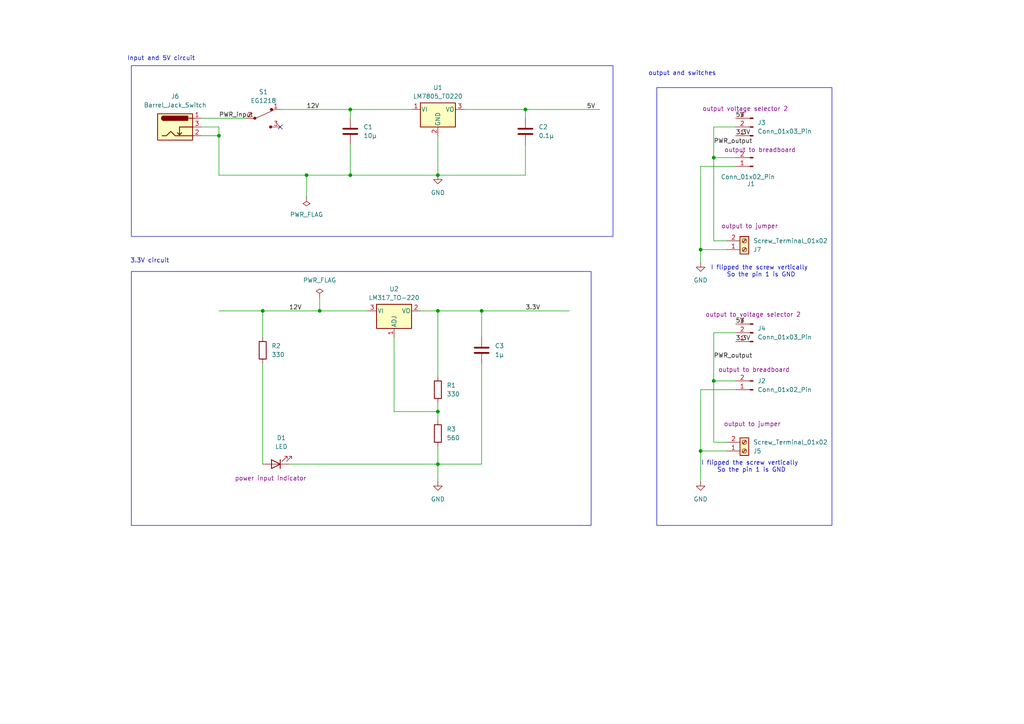
<source format=kicad_sch>
(kicad_sch (version 20250114) (generator "eeschema") (generator_version "9.0")
  (paper "A4")
  (title_block (title "simple breadboard power supply PCB") (date "2025-05-17") (company "practise"))
  (lib_symbols
    (symbol "Connector:Barrel_Jack_Switch" (pin_names (hide yes))
      (property "Reference" "J" (at 0 5.334 0))
      (property "Value" "Barrel_Jack_Switch" (at 0 -5.08 0))
      (symbol "Barrel_Jack_Switch_0_1"
        (rectangle (start -5.08 3.81) (end 5.08 -3.81) (stroke (width 0.254)) (fill (type background)))
        (polyline (pts (xy -3.81 -2.54) (xy -2.54 -2.54) (xy -1.27 -1.27) (xy 0 -2.54) (xy 2.54 -2.54) (xy 5.08 -2.54)) (stroke (width 0.254)))
        (arc (start -3.302 1.905) (mid -3.9343 2.54) (end -3.302 3.175) (stroke (width 0.254)))
        (arc (start -3.302 1.905) (mid -3.9343 2.54) (end -3.302 3.175) (stroke (width 0.254)) (fill (type outline)))
        (polyline (pts (xy 1.27 -2.286) (xy 1.905 -1.651)) (stroke (width 0.254)))
        (rectangle (start 3.683 3.175) (end -3.302 1.905) (stroke (width 0.254)) (fill (type outline)))
        (polyline (pts (xy 5.08 2.54) (xy 3.81 2.54)) (stroke (width 0.254)))
        (polyline (pts (xy 5.08 0) (xy 1.27 0) (xy 1.27 -2.286) (xy 0.635 -1.651)) (stroke (width 0.254)))
      )
      (symbol "Barrel_Jack_Switch_1_1"
        (pin passive line (at 7.62 2.54 180) (length 2.54) (name "~") (number "1"))
        (pin passive line (at 7.62 0 180) (length 2.54) (name "~") (number "3"))
        (pin passive line (at 7.62 -2.54 180) (length 2.54) (name "~") (number "2"))
      )
    )
    (symbol "Connector:Conn_01x02_Pin" (pin_names (offset 1.016) (hide yes))
      (property "Reference" "J" (at 0 2.54 0))
      (property "Value" "Conn_01x02_Pin" (at 0 -5.08 0))
      (symbol "Conn_01x02_Pin_1_1"
        (rectangle (start 0.8636 0.127) (end 0 -0.127) (stroke (width 0.1524)) (fill (type outline)))
        (rectangle (start 0.8636 -2.413) (end 0 -2.667) (stroke (width 0.1524)) (fill (type outline)))
        (polyline (pts (xy 1.27 0) (xy 0.8636 0)) (stroke (width 0.1524)))
        (polyline (pts (xy 1.27 -2.54) (xy 0.8636 -2.54)) (stroke (width 0.1524)))
        (pin passive line (at 5.08 0 180) (length 3.81) (name "Pin_1") (number "1"))
        (pin passive line (at 5.08 -2.54 180) (length 3.81) (name "Pin_2") (number "2"))
      )
    )
    (symbol "Connector:Conn_01x03_Pin" (pin_names (offset 1.016) (hide yes))
      (property "Reference" "J" (at 0 5.08 0))
      (property "Value" "Conn_01x03_Pin" (at 0 -5.08 0))
      (symbol "Conn_01x03_Pin_1_1"
        (rectangle (start 0.8636 2.667) (end 0 2.413) (stroke (width 0.1524)) (fill (type outline)))
        (rectangle (start 0.8636 0.127) (end 0 -0.127) (stroke (width 0.1524)) (fill (type outline)))
        (rectangle (start 0.8636 -2.413) (end 0 -2.667) (stroke (width 0.1524)) (fill (type outline)))
        (polyline (pts (xy 1.27 2.54) (xy 0.8636 2.54)) (stroke (width 0.1524)))
        (polyline (pts (xy 1.27 0) (xy 0.8636 0)) (stroke (width 0.1524)))
        (polyline (pts (xy 1.27 -2.54) (xy 0.8636 -2.54)) (stroke (width 0.1524)))
        (pin passive line (at 5.08 2.54 180) (length 3.81) (name "Pin_1") (number "1"))
        (pin passive line (at 5.08 0 180) (length 3.81) (name "Pin_2") (number "2"))
        (pin passive line (at 5.08 -2.54 180) (length 3.81) (name "Pin_3") (number "3"))
      )
    )
    (symbol "Connector:Screw_Terminal_01x02" (pin_names (offset 1.016) (hide yes))
      (property "Reference" "J" (at 0 2.54 0))
      (property "Value" "Screw_Terminal_01x02" (at 0 -5.08 0))
      (symbol "Screw_Terminal_01x02_1_1"
        (rectangle (start -1.27 1.27) (end 1.27 -3.81) (stroke (width 0.254)) (fill (type background)))
        (polyline (pts (xy -0.5334 0.3302) (xy 0.3302 -0.508)) (stroke (width 0.1524)))
        (polyline (pts (xy -0.5334 -2.2098) (xy 0.3302 -3.048)) (stroke (width 0.1524)))
        (polyline (pts (xy -0.3556 0.508) (xy 0.508 -0.3302)) (stroke (width 0.1524)))
        (polyline (pts (xy -0.3556 -2.032) (xy 0.508 -2.8702)) (stroke (width 0.1524)))
        (circle (center 0 0) (radius 0.635) (stroke (width 0.1524)))
        (circle (center 0 -2.54) (radius 0.635) (stroke (width 0.1524)))
        (pin passive line (at -5.08 0 0) (length 3.81) (name "Pin_1") (number "1"))
        (pin passive line (at -5.08 -2.54 0) (length 3.81) (name "Pin_2") (number "2"))
      )
    )
    (symbol "Device:C" (pin_numbers (hide yes)) (pin_names (offset 0.254))
      (property "Reference" "C" (at 0.635 2.54 0))
      (property "Value" "C" (at 0.635 -2.54 0))
      (symbol "C_0_1"
        (polyline (pts (xy -2.032 0.762) (xy 2.032 0.762)) (stroke (width 0.508)))
        (polyline (pts (xy -2.032 -0.762) (xy 2.032 -0.762)) (stroke (width 0.508)))
      )
      (symbol "C_1_1"
        (pin passive line (at 0 3.81 270) (length 2.794) (name "~") (number "1"))
        (pin passive line (at 0 -3.81 90) (length 2.794) (name "~") (number "2"))
      )
    )
    (symbol "Device:LED" (pin_numbers (hide yes)) (pin_names (offset 1.016) (hide yes))
      (property "Reference" "D" (at 0 2.54 0))
      (property "Value" "LED" (at 0 -2.54 0))
      (symbol "LED_0_1"
        (polyline (pts (xy -3.048 -0.762) (xy -4.572 -2.286) (xy -3.81 -2.286) (xy -4.572 -2.286) (xy -4.572 -1.524)))
        (polyline (pts (xy -1.778 -0.762) (xy -3.302 -2.286) (xy -2.54 -2.286) (xy -3.302 -2.286) (xy -3.302 -1.524)))
        (polyline (pts (xy -1.27 0) (xy 1.27 0)))
        (polyline (pts (xy -1.27 -1.27) (xy -1.27 1.27)) (stroke (width 0.254)))
        (polyline (pts (xy 1.27 -1.27) (xy 1.27 1.27) (xy -1.27 0) (xy 1.27 -1.27)) (stroke (width 0.254)))
      )
      (symbol "LED_1_1"
        (pin passive line (at -3.81 0 0) (length 2.54) (name "K") (number "1"))
        (pin passive line (at 3.81 0 180) (length 2.54) (name "A") (number "2"))
      )
    )
    (symbol "Device:R" (pin_numbers (hide yes)) (pin_names (offset 0))
      (property "Reference" "R" (at 2.032 0 90))
      (property "Value" "R" (at 0 0 90))
      (symbol "R_0_1"
        (rectangle (start -1.016 -2.54) (end 1.016 2.54) (stroke (width 0.254)))
      )
      (symbol "R_1_1"
        (pin passive line (at 0 3.81 270) (length 1.27) (name "~") (number "1"))
        (pin passive line (at 0 -3.81 90) (length 1.27) (name "~") (number "2"))
      )
    )
    (symbol "Regulator_Linear:LM317_TO-220" (pin_names (offset 0.254))
      (property "Reference" "U" (at -3.81 3.175 0))
      (property "Value" "LM317_TO-220" (at 0 3.175 0))
      (symbol "LM317_TO-220_0_1"
        (rectangle (start -5.08 1.905) (end 5.08 -5.08) (stroke (width 0.254)) (fill (type background)))
      )
      (symbol "LM317_TO-220_1_1"
        (pin power_in line (at -7.62 0 0) (length 2.54) (name "VI") (number "3"))
        (pin input line (at 0 -7.62 90) (length 2.54) (name "ADJ") (number "1"))
        (pin power_out line (at 7.62 0 180) (length 2.54) (name "VO") (number "2"))
      )
    )
    (symbol "Regulator_Linear:LM7805_TO220" (pin_names (offset 0.254))
      (property "Reference" "U" (at -3.81 3.175 0))
      (property "Value" "LM7805_TO220" (at 0 3.175 0))
      (symbol "LM7805_TO220_0_1"
        (rectangle (start -5.08 1.905) (end 5.08 -5.08) (stroke (width 0.254)) (fill (type background)))
      )
      (symbol "LM7805_TO220_1_1"
        (pin power_in line (at -7.62 0 0) (length 2.54) (name "VI") (number "1"))
        (pin power_in line (at 0 -7.62 90) (length 2.54) (name "GND") (number "2"))
        (pin power_out line (at 7.62 0 180) (length 2.54) (name "VO") (number "3"))
      )
    )
    (symbol "dk_Slide-Switches:EG1218" (pin_names (offset 0))
      (property "Reference" "S" (at -3.81 2.286 0))
      (property "Value" "EG1218" (at 0 -5.334 0))
      (symbol "EG1218_0_1"
        (circle (center -2.286 0) (radius 0.3556) (fill (type outline)))
        (polyline (pts (xy -2.032 0) (xy 3.048 2.286)))
        (circle (center 2.286 -2.54) (radius 0.3556) (fill (type outline)))
        (circle (center 2.54 2.54) (radius 0.3556) (fill (type outline)))
      )
      (symbol "EG1218_1_1"
        (pin passive line (at -5.08 0 0) (length 2.54) (name "~") (number "2"))
        (pin passive line (at 5.08 2.54 180) (length 2.54) (name "~") (number "1"))
        (pin passive line (at 5.08 -2.54 180) (length 2.54) (name "~") (number "3"))
      )
    )
    (symbol "power:GND" (power) (pin_numbers (hide yes)) (pin_names (offset 0) (hide yes))
      (property "Value" "GND" (at 0 -3.81 0))
      (symbol "GND_0_1"
        (polyline (pts (xy 0 0) (xy 0 -1.27) (xy 1.27 -1.27) (xy 0 -2.54) (xy -1.27 -1.27) (xy 0 -1.27)))
      )
      (symbol "GND_1_1"
        (pin power_in line (at 0 0 270) (length 0) (name "~") (number "1"))
      )
    )
    (symbol "power:PWR_FLAG" (power) (pin_numbers (hide yes)) (pin_names (offset 0) (hide yes))
      (property "Value" "PWR_FLAG" (at 0 3.81 0))
      (symbol "PWR_FLAG_0_0"
        (pin power_out line (at 0 0 90) (length 0) (name "~") (number "1"))
      )
      (symbol "PWR_FLAG_0_1"
        (polyline (pts (xy 0 0) (xy 0 1.27) (xy -1.016 1.905) (xy 0 2.54) (xy 1.016 1.905) (xy 0 1.27)))
      )
    )
  )
  (rectangle (start 38.1 19.05) (end 177.8 68.58))
  (rectangle (start 38.1 78.74) (end 171.45 152.4))
  (rectangle (start 190.5 25.4) (end 241.3 152.4))
  (text "I flipped the screw vertically \nSo the pin 1 is GND" (at 220.726 78.74 0) (effects (font (size 1.27 1.27))))
  (text "I flipped the screw vertically \nSo the pin 1 is GND" (at 217.932 135.382 0) (effects (font (size 1.27 1.27))))
  (text "Input and 5V circuit" (at 46.736 17.018 0) (effects (font (size 1.27 1.27))))
  (text "output and switches" (at 197.866 21.336 0) (effects (font (size 1.27 1.27))))
  (text "3.3V circuit" (at 43.434 75.692 0) (effects (font (size 1.27 1.27))))
  (junction (at 207.01 110.49))
  (junction (at 127 134.62))
  (junction (at 92.71 90.17))
  (junction (at 207.01 45.72))
  (junction (at 127 119.38))
  (junction (at 76.2 90.17))
  (junction (at 203.2 130.81))
  (junction (at 152.4 31.75))
  (junction (at 101.6 50.8))
  (junction (at 139.7 90.17))
  (junction (at 203.2 72.39))
  (junction (at 63.5 39.37))
  (junction (at 127 90.17))
  (junction (at 88.9 50.8))
  (junction (at 101.6 31.75))
  (junction (at 127 50.8))
  (no_connect (at 81.28 36.83))
  (wire (pts (xy 81.28 31.75) (xy 101.6 31.75)))
  (wire (pts (xy 134.62 31.75) (xy 152.4 31.75)))
  (wire (pts (xy 58.42 39.37) (xy 63.5 39.37)))
  (wire (pts (xy 127 109.22) (xy 127 90.17)))
  (wire (pts (xy 101.6 31.75) (xy 119.38 31.75)))
  (wire (pts (xy 152.4 41.91) (xy 152.4 50.8)))
  (wire (pts (xy 88.9 50.8) (xy 101.6 50.8)))
  (wire (pts (xy 203.2 113.03) (xy 203.2 130.81)))
  (wire (pts (xy 213.36 48.26) (xy 203.2 48.26)))
  (wire (pts (xy 101.6 41.91) (xy 101.6 50.8)))
  (wire (pts (xy 114.3 119.38) (xy 127 119.38)))
  (wire (pts (xy 139.7 97.79) (xy 139.7 90.17)))
  (wire (pts (xy 213.36 113.03) (xy 203.2 113.03)))
  (wire (pts (xy 76.2 97.79) (xy 76.2 90.17)))
  (wire (pts (xy 127 39.37) (xy 127 50.8)))
  (wire (pts (xy 207.01 128.27) (xy 210.82 128.27)))
  (wire (pts (xy 76.2 105.41) (xy 76.2 134.62)))
  (wire (pts (xy 127 139.7) (xy 127 134.62)))
  (wire (pts (xy 139.7 105.41) (xy 139.7 134.62)))
  (wire (pts (xy 207.01 110.49) (xy 207.01 128.27)))
  (wire (pts (xy 207.01 96.52) (xy 207.01 110.49)))
  (wire (pts (xy 210.82 72.39) (xy 203.2 72.39)))
  (wire (pts (xy 76.2 90.17) (xy 92.71 90.17)))
  (wire (pts (xy 63.5 90.17) (xy 76.2 90.17)))
  (wire (pts (xy 58.42 36.83) (xy 63.5 36.83)))
  (wire (pts (xy 127 90.17) (xy 139.7 90.17)))
  (wire (pts (xy 213.36 96.52) (xy 207.01 96.52)))
  (wire (pts (xy 213.36 110.49) (xy 207.01 110.49)))
  (wire (pts (xy 58.42 34.29) (xy 71.12 34.29)))
  (wire (pts (xy 63.5 50.8) (xy 88.9 50.8)))
  (wire (pts (xy 63.5 36.83) (xy 63.5 39.37)))
  (wire (pts (xy 152.4 50.8) (xy 127 50.8)))
  (wire (pts (xy 207.01 36.83) (xy 207.01 45.72)))
  (wire (pts (xy 207.01 45.72) (xy 207.01 69.85)))
  (wire (pts (xy 152.4 31.75) (xy 173.99 31.75)))
  (wire (pts (xy 203.2 72.39) (xy 203.2 76.2)))
  (wire (pts (xy 127 134.62) (xy 127 129.54)))
  (wire (pts (xy 203.2 48.26) (xy 203.2 72.39)))
  (wire (pts (xy 203.2 130.81) (xy 203.2 139.7)))
  (wire (pts (xy 139.7 134.62) (xy 127 134.62)))
  (wire (pts (xy 121.92 90.17) (xy 127 90.17)))
  (wire (pts (xy 127 119.38) (xy 127 121.92)))
  (wire (pts (xy 139.7 90.17) (xy 165.1 90.17)))
  (wire (pts (xy 92.71 90.17) (xy 106.68 90.17)))
  (wire (pts (xy 83.82 134.62) (xy 127 134.62)))
  (wire (pts (xy 92.71 86.36) (xy 92.71 90.17)))
  (wire (pts (xy 152.4 34.29) (xy 152.4 31.75)))
  (wire (pts (xy 213.36 45.72) (xy 207.01 45.72)))
  (wire (pts (xy 101.6 50.8) (xy 127 50.8)))
  (wire (pts (xy 210.82 130.81) (xy 203.2 130.81)))
  (wire (pts (xy 207.01 69.85) (xy 210.82 69.85)))
  (wire (pts (xy 101.6 34.29) (xy 101.6 31.75)))
  (wire (pts (xy 127 116.84) (xy 127 119.38)))
  (wire (pts (xy 114.3 97.79) (xy 114.3 119.38)))
  (wire (pts (xy 63.5 39.37) (xy 63.5 50.8)))
  (wire (pts (xy 213.36 36.83) (xy 207.01 36.83)))
  (wire (pts (xy 88.9 57.15) (xy 88.9 50.8)))
  (label "12V" (at 83.82 90.17 0))
  (label "PWR_input" (at 63.5 34.29 0))
  (label "PWR_output" (at 207.01 104.14 0))
  (label "3.3V" (at 213.36 39.37 0))
  (label "3.3V" (at 152.4 90.17 0))
  (label "5V" (at 213.36 34.29 0))
  (label "PWR_output" (at 207.01 41.91 0))
  (label "5V" (at 170.18 31.75 0))
  (label "5V" (at 213.36 93.98 0))
  (label "3.3V" (at 213.36 99.06 0))
  (label "12V" (at 88.9 31.75 0))
  (symbol (lib_id "Connector:Conn_01x03_Pin") (at 218.44 96.52 180) (unit 1)
    (property "Reference" "J4" (at 219.71 95.2499 0) (effects (justify right)))
    (property "Value" "Conn_01x03_Pin" (at 219.71 97.7899 0) (effects (justify right)))
    (property "Footprint" "Connector_PinHeader_2.54mm:PinHeader_1x03_P2.54mm_Vertical" (effects (hide yes)))
    (property "Description" "Generic connector, single row, 01x03, script generated" (effects (hide yes)))
    (property "purpose" "output to voltage selector 2" (at 218.44 91.186 0))
  )
  (symbol (lib_id "Regulator_Linear:LM317_TO-220") (at 114.3 90.17 0) (unit 1)
    (property "Reference" "U2" (at 114.3 83.82 0))
    (property "Value" "LM317_TO-220" (at 114.3 86.36 0))
    (property "Footprint" "Package_TO_SOT_THT:TO-220-3_Vertical" (effects (hide yes)))
    (property "Datasheet" "http://www.ti.com/lit/ds/symlink/lm317.pdf" (effects (hide yes)))
    (property "Description" "1.5A 35V Adjustable Linear Regulator, TO-220" (effects (hide yes)))
  )
  (symbol (lib_id "power:GND") (at 203.2 139.7 0) (unit 1)
    (property "Reference" "#PWR04" (effects (hide yes)))
    (property "Value" "GND" (at 203.2 144.78 0))
    (property "Description" "Power symbol creates a global label with name \"GND\" , ground" (effects (hide yes)))
  )
  (symbol (lib_id "Device:R") (at 76.2 101.6 0) (unit 1)
    (property "Reference" "R2" (at 78.74 100.3299 0) (effects (justify left)))
    (property "Value" "330" (at 78.74 102.8699 0) (effects (justify left)))
    (property "Footprint" "Resistor_THT:R_Axial_DIN0204_L3.6mm_D1.6mm_P7.62mm_Horizontal" (effects (hide yes)))
    (property "Description" "Resistor" (effects (hide yes)))
  )
  (symbol (lib_id "Connector:Barrel_Jack_Switch") (at 50.8 36.83 0) (unit 1)
    (property "Reference" "J6" (at 50.8 27.94 0))
    (property "Value" "Barrel_Jack_Switch" (at 50.8 30.48 0))
    (property "Footprint" "Connector_BarrelJack:BarrelJack_Horizontal" (effects (hide yes)))
    (property "Description" "DC Barrel Jack with an internal switch" (effects (hide yes)))
  )
  (symbol (lib_id "Device:C") (at 101.6 38.1 0) (unit 1)
    (property "Reference" "C1" (at 105.41 36.8299 0) (effects (justify left)))
    (property "Value" "10µ" (at 105.41 39.3699 0) (effects (justify left)))
    (property "Footprint" "Capacitor_THT:C_Disc_D3.0mm_W1.6mm_P2.50mm" (effects (hide yes)))
    (property "Description" "Unpolarized capacitor" (effects (hide yes)))
  )
  (symbol (lib_id "power:PWR_FLAG") (at 88.9 57.15 180) (unit 1)
    (property "Reference" "#FLG01" (effects (hide yes)))
    (property "Value" "PWR_FLAG" (at 88.9 62.23 0))
    (property "Description" "Special symbol for telling ERC where power comes from" (effects (hide yes)))
  )
  (symbol (lib_id "Device:LED") (at 80.01 134.62 180) (unit 1)
    (property "Reference" "D1" (at 81.5975 127 0))
    (property "Value" "LED" (at 81.5975 129.54 0))
    (property "Footprint" "LED_THT:LED_D5.0mm" (effects (hide yes)))
    (property "Description" "Light emitting diode" (effects (hide yes)))
    (property "Sim.Pins" "1=K 2=A" (effects (hide yes)))
    (property "purpose" "power input indicator" (at 78.486 138.684 0))
  )
  (symbol (lib_id "Device:C") (at 139.7 101.6 0) (unit 1)
    (property "Reference" "C3" (at 143.51 100.3299 0) (effects (justify left)))
    (property "Value" "1µ" (at 143.51 102.8699 0) (effects (justify left)))
    (property "Footprint" "Capacitor_THT:C_Disc_D3.0mm_W1.6mm_P2.50mm" (effects (hide yes)))
    (property "Description" "Unpolarized capacitor" (effects (hide yes)))
  )
  (symbol (lib_id "Connector:Conn_01x03_Pin") (at 218.44 36.83 180) (unit 1)
    (property "Reference" "J3" (at 219.71 35.5599 0) (effects (justify right)))
    (property "Value" "Conn_01x03_Pin" (at 219.71 38.0999 0) (effects (justify right)))
    (property "Footprint" "Connector_PinHeader_2.54mm:PinHeader_1x03_P2.54mm_Vertical" (effects (hide yes)))
    (property "Description" "Generic connector, single row, 01x03, script generated" (effects (hide yes)))
    (property "purpose" "output voltage selector 2" (at 216.154 31.496 0))
  )
  (symbol (lib_id "power:PWR_FLAG") (at 92.71 86.36 0) (unit 1)
    (property "Reference" "#FLG02" (effects (hide yes)))
    (property "Value" "PWR_FLAG" (at 92.71 81.28 0))
    (property "Description" "Special symbol for telling ERC where power comes from" (effects (hide yes)))
  )
  (symbol (lib_id "Connector:Conn_01x02_Pin") (at 218.44 113.03 180) (unit 1)
    (property "Reference" "J2" (at 219.71 110.4899 0) (effects (justify right)))
    (property "Value" "Conn_01x02_Pin" (at 219.71 113.0299 0) (effects (justify right)))
    (property "Footprint" "Connector_PinHeader_2.54mm:PinHeader_1x02_P2.54mm_Vertical" (effects (hide yes)))
    (property "Description" "Generic connector, single row, 01x02, script generated" (effects (hide yes)))
    (property "purpose" "output to breadboard" (at 218.694 107.188 0))
  )
  (symbol (lib_id "power:GND") (at 203.2 76.2 0) (unit 1)
    (property "Reference" "#PWR03" (effects (hide yes)))
    (property "Value" "GND" (at 203.2 81.28 0))
    (property "Description" "Power symbol creates a global label with name \"GND\" , ground" (effects (hide yes)))
  )
  (symbol (lib_id "Regulator_Linear:LM7805_TO220") (at 127 31.75 0) (unit 1)
    (property "Reference" "U1" (at 127 25.4 0))
    (property "Value" "LM7805_TO220" (at 127 27.94 0))
    (property "Footprint" "Package_TO_SOT_THT:TO-220-3_Vertical" (effects (hide yes)))
    (property "Datasheet" "https://www.onsemi.cn/PowerSolutions/document/MC7800-D.PDF" (effects (hide yes)))
    (property "Description" "Positive 1A 35V Linear Regulator, Fixed Output 5V, TO-220" (effects (hide yes)))
  )
  (symbol (lib_id "Device:R") (at 127 125.73 0) (unit 1)
    (property "Reference" "R3" (at 129.54 124.4599 0) (effects (justify left)))
    (property "Value" "560" (at 129.54 126.9999 0) (effects (justify left)))
    (property "Footprint" "Resistor_THT:R_Axial_DIN0204_L3.6mm_D1.6mm_P7.62mm_Horizontal" (effects (hide yes)))
    (property "Description" "Resistor" (effects (hide yes)))
  )
  (symbol (lib_id "power:GND") (at 127 50.8 0) (unit 1)
    (property "Reference" "#PWR01" (effects (hide yes)))
    (property "Value" "GND" (at 127 55.88 0))
    (property "Description" "Power symbol creates a global label with name \"GND\" , ground" (effects (hide yes)))
  )
  (symbol (lib_id "Connector:Conn_01x02_Pin") (at 218.44 48.26 180) (unit 1)
    (property "Reference" "J1" (at 217.805 53.34 0))
    (property "Value" "Conn_01x02_Pin" (at 216.916 51.308 0))
    (property "Footprint" "Connector_PinHeader_2.54mm:PinHeader_1x02_P2.54mm_Vertical" (effects (hide yes)))
    (property "Description" "Generic connector, single row, 01x02, script generated" (effects (hide yes)))
    (property "purpose" " output to breadboard" (at 219.964 43.434 0))
  )
  (symbol (lib_id "power:GND") (at 127 139.7 0) (unit 1)
    (property "Reference" "#PWR02" (effects (hide yes)))
    (property "Value" "GND" (at 127 144.78 0))
    (property "Description" "Power symbol creates a global label with name \"GND\" , ground" (effects (hide yes)))
  )
  (symbol (lib_id "dk_Slide-Switches:EG1218") (at 76.2 34.29 0) (unit 1)
    (property "Reference" "S1" (at 76.4032 26.67 0))
    (property "Value" "EG1218" (at 76.4032 29.21 0))
    (property "Footprint" "digikey-footprints:Switch_Slide_11.6x4mm_EG1218" (effects (hide yes)))
    (property "Datasheet" "http://spec_sheets.e-switch.com/specs/P040040.pdf" (effects (hide yes)))
    (property "Description" "SWITCH SLIDE SPDT 200MA 30V" (effects (hide yes)))
    (property "Digi-Key_PN" "EG1903-ND" (effects (hide yes)))
    (property "MPN" "EG1218" (effects (hide yes)))
    (property "Category" "Switches" (effects (hide yes)))
    (property "Family" "Slide Switches" (effects (hide yes)))
    (property "DK_Datasheet_Link" "http://spec_sheets.e-switch.com/specs/P040040.pdf" (effects (hide yes)))
    (property "DK_Detail_Page" "/product-detail/en/e-switch/EG1218/EG1903-ND/101726" (effects (hide yes)))
    (property "Description_1" "SWITCH SLIDE SPDT 200MA 30V" (effects (hide yes)))
    (property "Manufacturer" "E-Switch" (effects (hide yes)))
    (property "Status" "Active" (effects (hide yes)))
  )
  (symbol (lib_id "Connector:Screw_Terminal_01x02") (at 215.9 130.81 0) (mirror x) (unit 1)
    (property "Reference" "J5" (at 218.44 130.8101 0) (effects (justify left)))
    (property "Value" "Screw_Terminal_01x02" (at 218.44 128.2701 0) (effects (justify left)))
    (property "Footprint" "TerminalBlock:TerminalBlock_bornier-2_P5.08mm" (effects (hide yes)))
    (property "Description" "Generic screw terminal, single row, 01x02, script generated (kicad-library-utils/schlib/autogen/connector/)" (effects (hide yes)))
    (property "purpose" "output to jumper" (at 218.186 122.936 0))
  )
  (symbol (lib_id "Connector:Screw_Terminal_01x02") (at 215.9 72.39 0) (mirror x) (unit 1)
    (property "Reference" "J7" (at 218.44 72.3901 0) (effects (justify left)))
    (property "Value" "Screw_Terminal_01x02" (at 218.44 69.8501 0) (effects (justify left)))
    (property "Footprint" "TerminalBlock:TerminalBlock_bornier-2_P5.08mm" (effects (hide yes)))
    (property "Description" "Generic screw terminal, single row, 01x02, script generated (kicad-library-utils/schlib/autogen/connector/)" (effects (hide yes)))
    (property "purpose" "output to jumper" (at 217.424 65.532 0))
  )
  (symbol (lib_id "Device:C") (at 152.4 38.1 0) (unit 1)
    (property "Reference" "C2" (at 156.21 36.8299 0) (effects (justify left)))
    (property "Value" "0.1µ" (at 156.21 39.3699 0) (effects (justify left)))
    (property "Footprint" "Capacitor_THT:C_Disc_D3.0mm_W1.6mm_P2.50mm" (effects (hide yes)))
    (property "Description" "Unpolarized capacitor" (effects (hide yes)))
  )
  (symbol (lib_id "Device:R") (at 127 113.03 0) (unit 1)
    (property "Reference" "R1" (at 129.54 111.7599 0) (effects (justify left)))
    (property "Value" "330" (at 129.54 114.2999 0) (effects (justify left)))
    (property "Footprint" "Resistor_THT:R_Axial_DIN0204_L3.6mm_D1.6mm_P7.62mm_Horizontal" (effects (hide yes)))
    (property "Description" "Resistor" (effects (hide yes)))
  )
)
</source>
